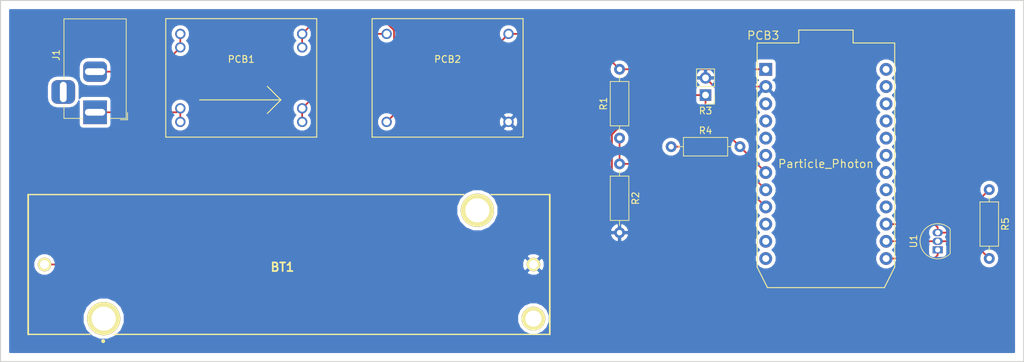
<source format=kicad_pcb>
(kicad_pcb (version 20171130) (host pcbnew 5.0.0+dfsg1-2)

  (general
    (thickness 1.6)
    (drawings 4)
    (tracks 48)
    (zones 0)
    (modules 11)
    (nets 29)
  )

  (page A4)
  (layers
    (0 F.Cu signal)
    (31 B.Cu signal)
    (32 B.Adhes user)
    (33 F.Adhes user)
    (34 B.Paste user)
    (35 F.Paste user)
    (36 B.SilkS user)
    (37 F.SilkS user)
    (38 B.Mask user)
    (39 F.Mask user)
    (40 Dwgs.User user)
    (41 Cmts.User user)
    (42 Eco1.User user)
    (43 Eco2.User user)
    (44 Edge.Cuts user)
    (45 Margin user)
    (46 B.CrtYd user)
    (47 F.CrtYd user)
    (48 B.Fab user)
    (49 F.Fab user)
  )

  (setup
    (last_trace_width 0.25)
    (trace_clearance 0.2)
    (zone_clearance 0.508)
    (zone_45_only no)
    (trace_min 0.2)
    (segment_width 0.2)
    (edge_width 0.15)
    (via_size 0.8)
    (via_drill 0.4)
    (via_min_size 0.4)
    (via_min_drill 0.3)
    (uvia_size 0.3)
    (uvia_drill 0.1)
    (uvias_allowed no)
    (uvia_min_size 0.2)
    (uvia_min_drill 0.1)
    (pcb_text_width 0.3)
    (pcb_text_size 1.5 1.5)
    (mod_edge_width 0.15)
    (mod_text_size 1 1)
    (mod_text_width 0.15)
    (pad_size 1.524 1.524)
    (pad_drill 0.762)
    (pad_to_mask_clearance 0.2)
    (aux_axis_origin 0 0)
    (visible_elements FFFFFF7F)
    (pcbplotparams
      (layerselection 0x010fc_ffffffff)
      (usegerberextensions false)
      (usegerberattributes false)
      (usegerberadvancedattributes false)
      (creategerberjobfile false)
      (excludeedgelayer true)
      (linewidth 0.100000)
      (plotframeref false)
      (viasonmask false)
      (mode 1)
      (useauxorigin false)
      (hpglpennumber 1)
      (hpglpenspeed 20)
      (hpglpendiameter 15.000000)
      (psnegative false)
      (psa4output false)
      (plotreference true)
      (plotvalue true)
      (plotinvisibletext false)
      (padsonsilk false)
      (subtractmaskfromsilk false)
      (outputformat 1)
      (mirror false)
      (drillshape 1)
      (scaleselection 1)
      (outputdirectory ""))
  )

  (net 0 "")
  (net 1 GND)
  (net 2 +5V)
  (net 3 "Net-(J1-Pad1)")
  (net 4 "Net-(J1-Pad2)")
  (net 5 "Net-(PCB1-Pad3)")
  (net 6 "Net-(PCB1-Pad4)")
  (net 7 "Net-(PCB3-Pad3)")
  (net 8 "Net-(PCB3-Pad4)")
  (net 9 "Net-(PCB3-Pad5)")
  (net 10 "Net-(PCB3-Pad6)")
  (net 11 "Net-(PCB3-Pad7)")
  (net 12 "Net-(PCB3-Pad8)")
  (net 13 "Net-(PCB3-Pad9)")
  (net 14 "Net-(PCB3-Pad10)")
  (net 15 "Net-(PCB3-Pad11)")
  (net 16 "Net-(PCB3-Pad12)")
  (net 17 "Net-(PCB3-Pad24)")
  (net 18 "Net-(PCB3-Pad23)")
  (net 19 "Net-(PCB3-Pad22)")
  (net 20 "Net-(PCB3-Pad21)")
  (net 21 "Net-(PCB3-Pad20)")
  (net 22 "Net-(PCB3-Pad19)")
  (net 23 "Net-(PCB3-Pad18)")
  (net 24 "Net-(PCB3-Pad17)")
  (net 25 "Net-(PCB3-Pad16)")
  (net 26 "Net-(PCB3-Pad15)")
  (net 27 "Net-(PCB3-Pad14)")
  (net 28 "Net-(PCB3-Pad13)")

  (net_class Default "This is the default net class."
    (clearance 0.2)
    (trace_width 0.25)
    (via_dia 0.8)
    (via_drill 0.4)
    (uvia_dia 0.3)
    (uvia_drill 0.1)
    (add_net +5V)
    (add_net GND)
    (add_net "Net-(J1-Pad1)")
    (add_net "Net-(J1-Pad2)")
    (add_net "Net-(PCB1-Pad3)")
    (add_net "Net-(PCB1-Pad4)")
    (add_net "Net-(PCB3-Pad10)")
    (add_net "Net-(PCB3-Pad11)")
    (add_net "Net-(PCB3-Pad12)")
    (add_net "Net-(PCB3-Pad13)")
    (add_net "Net-(PCB3-Pad14)")
    (add_net "Net-(PCB3-Pad15)")
    (add_net "Net-(PCB3-Pad16)")
    (add_net "Net-(PCB3-Pad17)")
    (add_net "Net-(PCB3-Pad18)")
    (add_net "Net-(PCB3-Pad19)")
    (add_net "Net-(PCB3-Pad20)")
    (add_net "Net-(PCB3-Pad21)")
    (add_net "Net-(PCB3-Pad22)")
    (add_net "Net-(PCB3-Pad23)")
    (add_net "Net-(PCB3-Pad24)")
    (add_net "Net-(PCB3-Pad3)")
    (add_net "Net-(PCB3-Pad4)")
    (add_net "Net-(PCB3-Pad5)")
    (add_net "Net-(PCB3-Pad6)")
    (add_net "Net-(PCB3-Pad7)")
    (add_net "Net-(PCB3-Pad8)")
    (add_net "Net-(PCB3-Pad9)")
  )

  (module IPRO_smart_pot:1043_battery_holder (layer F.Cu) (tedit 5C730663) (tstamp 5C816617)
    (at 49.53 107.95)
    (descr 1043)
    (tags "Undefined or Miscellaneous")
    (path /5C70CB48)
    (fp_text reference BT1 (at 26.40125 -7.6046) (layer F.SilkS)
      (effects (font (size 1.27 1.27) (thickness 0.254)))
    )
    (fp_text value Battery_Cell (at 26.40125 -7.6046) (layer F.SilkS) hide
      (effects (font (size 1.27 1.27) (thickness 0.254)))
    )
    (fp_line (start -11.155 -18.325) (end 65.895 -18.325) (layer Dwgs.User) (width 0.2))
    (fp_line (start 65.895 -18.325) (end 65.895 2.325) (layer Dwgs.User) (width 0.2))
    (fp_line (start 65.895 2.325) (end -11.155 2.325) (layer Dwgs.User) (width 0.2))
    (fp_line (start -11.155 2.325) (end -11.155 -18.325) (layer Dwgs.User) (width 0.2))
    (fp_line (start -11.155 -18.325) (end -11.155 2.325) (layer F.SilkS) (width 0.254))
    (fp_line (start 65.895 2.325) (end 65.895 -18.325) (layer F.SilkS) (width 0.254))
    (fp_line (start 65.895 2.325) (end 1.549 2.325) (layer F.SilkS) (width 0.2))
    (fp_line (start -11.155 -18.325) (end 53.191 -18.325) (layer F.SilkS) (width 0.2))
    (fp_line (start -11.155 2.325) (end -2.009 2.325) (layer F.SilkS) (width 0.2))
    (fp_line (start 65.895 -18.325) (end 57.209 -18.325) (layer F.SilkS) (width 0.2))
    (fp_circle (center -0.076 3.325) (end -0.24 3.325) (layer F.SilkS) (width 0.254))
    (pad "" thru_hole circle (at 0 0 90) (size 4.9 4.9) (drill 3.55) (layers *.Cu *.Mask F.SilkS))
    (pad "" thru_hole circle (at 63.48 0 90) (size 3.5 3.5) (drill 2.39) (layers *.Cu *.Mask F.SilkS))
    (pad 2 thru_hole circle (at 63.48 -8 90) (size 2 2) (drill 1.32) (layers *.Cu *.Mask F.SilkS)
      (net 1 GND))
    (pad "" thru_hole circle (at 55.2 -16 90) (size 4.9 4.9) (drill 3.55) (layers *.Cu *.Mask F.SilkS))
    (pad 1 thru_hole circle (at -8.74 -8 90) (size 2 2) (drill 1.32) (layers *.Cu *.Mask F.SilkS)
      (net 2 +5V))
  )

  (module Connector_BarrelJack:BarrelJack_Horizontal (layer F.Cu) (tedit 5A1DBF6A) (tstamp 5C81663A)
    (at 48.26 77.47 270)
    (descr "DC Barrel Jack")
    (tags "Power Jack")
    (path /5C709522)
    (fp_text reference J1 (at -8.45 5.75 270) (layer F.SilkS)
      (effects (font (size 1 1) (thickness 0.15)))
    )
    (fp_text value Barrel_Jack_MountingPin (at -6.2 -5.5 270) (layer F.Fab)
      (effects (font (size 1 1) (thickness 0.15)))
    )
    (fp_text user %R (at -3 -2.95 270) (layer F.Fab)
      (effects (font (size 1 1) (thickness 0.15)))
    )
    (fp_line (start -0.003213 -4.505425) (end 0.8 -3.75) (layer F.Fab) (width 0.1))
    (fp_line (start 1.1 -3.75) (end 1.1 -4.8) (layer F.SilkS) (width 0.12))
    (fp_line (start 0.05 -4.8) (end 1.1 -4.8) (layer F.SilkS) (width 0.12))
    (fp_line (start 1 -4.5) (end 1 -4.75) (layer F.CrtYd) (width 0.05))
    (fp_line (start 1 -4.75) (end -14 -4.75) (layer F.CrtYd) (width 0.05))
    (fp_line (start 1 -4.5) (end 1 -2) (layer F.CrtYd) (width 0.05))
    (fp_line (start 1 -2) (end 2 -2) (layer F.CrtYd) (width 0.05))
    (fp_line (start 2 -2) (end 2 2) (layer F.CrtYd) (width 0.05))
    (fp_line (start 2 2) (end 1 2) (layer F.CrtYd) (width 0.05))
    (fp_line (start 1 2) (end 1 4.75) (layer F.CrtYd) (width 0.05))
    (fp_line (start 1 4.75) (end -1 4.75) (layer F.CrtYd) (width 0.05))
    (fp_line (start -1 4.75) (end -1 6.75) (layer F.CrtYd) (width 0.05))
    (fp_line (start -1 6.75) (end -5 6.75) (layer F.CrtYd) (width 0.05))
    (fp_line (start -5 6.75) (end -5 4.75) (layer F.CrtYd) (width 0.05))
    (fp_line (start -5 4.75) (end -14 4.75) (layer F.CrtYd) (width 0.05))
    (fp_line (start -14 4.75) (end -14 -4.75) (layer F.CrtYd) (width 0.05))
    (fp_line (start -5 4.6) (end -13.8 4.6) (layer F.SilkS) (width 0.12))
    (fp_line (start -13.8 4.6) (end -13.8 -4.6) (layer F.SilkS) (width 0.12))
    (fp_line (start 0.9 1.9) (end 0.9 4.6) (layer F.SilkS) (width 0.12))
    (fp_line (start 0.9 4.6) (end -1 4.6) (layer F.SilkS) (width 0.12))
    (fp_line (start -13.8 -4.6) (end 0.9 -4.6) (layer F.SilkS) (width 0.12))
    (fp_line (start 0.9 -4.6) (end 0.9 -2) (layer F.SilkS) (width 0.12))
    (fp_line (start -10.2 -4.5) (end -10.2 4.5) (layer F.Fab) (width 0.1))
    (fp_line (start -13.7 -4.5) (end -13.7 4.5) (layer F.Fab) (width 0.1))
    (fp_line (start -13.7 4.5) (end 0.8 4.5) (layer F.Fab) (width 0.1))
    (fp_line (start 0.8 4.5) (end 0.8 -3.75) (layer F.Fab) (width 0.1))
    (fp_line (start 0 -4.5) (end -13.7 -4.5) (layer F.Fab) (width 0.1))
    (pad 1 thru_hole rect (at 0 0 270) (size 3.5 3.5) (drill oval 1 3) (layers *.Cu *.Mask)
      (net 3 "Net-(J1-Pad1)"))
    (pad 2 thru_hole roundrect (at -6 0 270) (size 3 3.5) (drill oval 1 3) (layers *.Cu *.Mask) (roundrect_rratio 0.25)
      (net 4 "Net-(J1-Pad2)"))
    (pad 3 thru_hole roundrect (at -3 4.7 270) (size 3.5 3.5) (drill oval 3 1) (layers *.Cu *.Mask) (roundrect_rratio 0.25))
    (model ${KISYS3DMOD}/Connector_BarrelJack.3dshapes/BarrelJack_Horizontal.wrl
      (at (xyz 0 0 0))
      (scale (xyz 1 1 1))
      (rotate (xyz 0 0 0))
    )
  )

  (module IPRO_smart_pot:MP1484EN_board (layer F.Cu) (tedit 5C70B7CB) (tstamp 5C81664D)
    (at 69.85 72.39)
    (path /5C70BA86)
    (fp_text reference PCB1 (at 0 -2.75) (layer F.SilkS)
      (effects (font (size 1 1) (thickness 0.15)))
    )
    (fp_text value MP1484EN_board (at 0 -0.5) (layer F.Fab)
      (effects (font (size 1 1) (thickness 0.15)))
    )
    (fp_line (start -11.15 -8.75) (end 11.15 -8.75) (layer F.SilkS) (width 0.15))
    (fp_line (start 11.15 -8.75) (end 11.15 8.75) (layer F.SilkS) (width 0.15))
    (fp_line (start 11.15 8.75) (end -11.15 8.75) (layer F.SilkS) (width 0.15))
    (fp_line (start -11.15 8.75) (end -11.15 -8.75) (layer F.SilkS) (width 0.15))
    (fp_line (start -6.15 3.25) (end 5.85 3.25) (layer F.SilkS) (width 0.15))
    (fp_line (start 5.85 3.25) (end 3.85 5.25) (layer F.SilkS) (width 0.15))
    (fp_line (start 5.85 3.25) (end 3.85 1.25) (layer F.SilkS) (width 0.15))
    (pad 1 thru_hole circle (at -9 -4.5) (size 1.524 1.524) (drill 1.016) (layers *.Cu *.Mask)
      (net 4 "Net-(J1-Pad2)"))
    (pad 3 thru_hole circle (at 9 4.5) (size 1.524 1.524) (drill 1.016) (layers *.Cu *.Mask)
      (net 5 "Net-(PCB1-Pad3)"))
    (pad 3 thru_hole circle (at 9 6.5) (size 1.524 1.524) (drill 1.016) (layers *.Cu *.Mask)
      (net 5 "Net-(PCB1-Pad3)"))
    (pad 4 thru_hole circle (at 9 -4.5) (size 1.524 1.524) (drill 1.016) (layers *.Cu *.Mask)
      (net 6 "Net-(PCB1-Pad4)"))
    (pad 4 thru_hole circle (at 9 -6.5) (size 1.524 1.524) (drill 1.016) (layers *.Cu *.Mask)
      (net 6 "Net-(PCB1-Pad4)"))
    (pad 2 thru_hole circle (at -9 6.5) (size 1.524 1.524) (drill 1.016) (layers *.Cu *.Mask)
      (net 3 "Net-(J1-Pad1)"))
    (pad 2 thru_hole circle (at -9 4.5) (size 1.524 1.524) (drill 1.016) (layers *.Cu *.Mask)
      (net 3 "Net-(J1-Pad1)"))
    (pad 1 thru_hole circle (at -9 -6.5) (size 1.524 1.524) (drill 1.016) (layers *.Cu *.Mask)
      (net 4 "Net-(J1-Pad2)"))
  )

  (module IPRO_smart_pot:TP4056_board (layer F.Cu) (tedit 5C70BE06) (tstamp 5C816659)
    (at 100.33 72.39)
    (path /5C70BFAD)
    (fp_text reference PCB2 (at 0 -2.75) (layer F.SilkS)
      (effects (font (size 1 1) (thickness 0.15)))
    )
    (fp_text value TP4056_board (at 0 -0.5) (layer F.Fab)
      (effects (font (size 1 1) (thickness 0.15)))
    )
    (fp_line (start -11.15 -8.75) (end 11.15 -8.75) (layer F.SilkS) (width 0.15))
    (fp_line (start 11.15 -8.75) (end 11.15 8.75) (layer F.SilkS) (width 0.15))
    (fp_line (start 11.15 8.75) (end -11.15 8.75) (layer F.SilkS) (width 0.15))
    (fp_line (start -11.15 8.75) (end -11.15 -8.75) (layer F.SilkS) (width 0.15))
    (pad 3 thru_hole circle (at 9 6.5) (size 1.524 1.524) (drill 1.016) (layers *.Cu *.Mask)
      (net 1 GND))
    (pad 4 thru_hole circle (at 9 -6.5) (size 1.524 1.524) (drill 1.016) (layers *.Cu *.Mask)
      (net 2 +5V))
    (pad 2 thru_hole circle (at -9 6.5) (size 1.524 1.524) (drill 1.016) (layers *.Cu *.Mask)
      (net 6 "Net-(PCB1-Pad4)"))
    (pad 1 thru_hole circle (at -9 -6.5) (size 1.524 1.524) (drill 1.016) (layers *.Cu *.Mask)
      (net 5 "Net-(PCB1-Pad3)"))
  )

  (module IPRO_smart_pot:photon_tht (layer F.Cu) (tedit 592757CD) (tstamp 5C81668A)
    (at 156.21 85.09)
    (path /5C70C883)
    (fp_text reference PCB3 (at -9.25746 -18.95874) (layer F.SilkS)
      (effects (font (size 1.2 1.2) (thickness 0.15)))
    )
    (fp_text value Particle_Photon (at 0.00254 0) (layer F.SilkS)
      (effects (font (size 1.2 1.2) (thickness 0.15)))
    )
    (fp_text user "no pwr/gnd planes" (at -0.07366 19.91106) (layer F.Fab)
      (effects (font (size 1 1) (thickness 0.15)))
    )
    (fp_text user "route no signals" (at -0.05588 16.43126) (layer F.Fab)
      (effects (font (size 1 1) (thickness 0.15)))
    )
    (fp_text user "Antenna area" (at -0.05588 13.132816) (layer F.Fab)
      (effects (font (size 1 1) (thickness 0.15)))
    )
    (fp_line (start 7.62254 22.617176) (end 7.62254 10.28172) (layer B.CrtYd) (width 0.15))
    (fp_line (start 7.62254 10.28172) (end -7.61746 10.28172) (layer B.CrtYd) (width 0.15))
    (fp_line (start 7.62254 22.617176) (end -7.61746 22.617176) (layer B.CrtYd) (width 0.15))
    (fp_line (start -7.61746 22.617176) (end -7.61746 10.28172) (layer B.CrtYd) (width 0.15))
    (fp_line (start 10.16254 15.25172) (end 8.63854 18.28172) (layer F.SilkS) (width 0.15))
    (fp_line (start -10.15746 15.25172) (end -8.63346 18.28172) (layer F.SilkS) (width 0.15))
    (fp_line (start -8.63346 18.28172) (end 8.63854 18.28172) (layer F.SilkS) (width 0.15))
    (fp_line (start 10.16254 -17.85874) (end 10.16254 15.25172) (layer F.SilkS) (width 0.15))
    (fp_line (start -10.15746 -17.85828) (end -10.15746 15.25172) (layer F.SilkS) (width 0.15))
    (fp_line (start 4.01574 -17.85874) (end 10.16254 -17.85874) (layer F.SilkS) (width 0.15))
    (fp_line (start -4.01066 -17.85828) (end -10.15746 -17.85828) (layer F.SilkS) (width 0.15))
    (fp_line (start -4.01066 -19.76374) (end -4.01066 -17.85874) (layer F.SilkS) (width 0.15))
    (fp_line (start 4.01574 -19.76374) (end 4.01574 -17.85874) (layer F.SilkS) (width 0.15))
    (fp_line (start -4.01066 -19.76374) (end 4.01574 -19.76374) (layer F.SilkS) (width 0.15))
    (fp_line (start 7.62254 10.28172) (end -7.61746 10.28172) (layer F.CrtYd) (width 0.15))
    (fp_line (start 7.62254 22.617176) (end 7.62254 10.28172) (layer F.CrtYd) (width 0.15))
    (fp_line (start -7.61746 22.617176) (end -7.61746 10.28172) (layer F.CrtYd) (width 0.15))
    (fp_line (start 7.62254 22.617176) (end -7.61746 22.617176) (layer F.CrtYd) (width 0.15))
    (pad 1 thru_hole rect (at -8.88746 -13.95828) (size 1.9 1.9) (drill 1.02) (layers *.Cu *.Mask)
      (net 2 +5V))
    (pad 2 thru_hole circle (at -8.88746 -11.41828) (size 1.9 1.9) (drill 1.02) (layers *.Cu *.Mask)
      (net 1 GND))
    (pad 3 thru_hole circle (at -8.88746 -8.87828) (size 1.9 1.9) (drill 1.02) (layers *.Cu *.Mask)
      (net 7 "Net-(PCB3-Pad3)"))
    (pad 4 thru_hole circle (at -8.88746 -6.33828) (size 1.9 1.9) (drill 1.02) (layers *.Cu *.Mask)
      (net 8 "Net-(PCB3-Pad4)"))
    (pad 5 thru_hole circle (at -8.88746 -3.79828) (size 1.9 1.9) (drill 1.02) (layers *.Cu *.Mask)
      (net 9 "Net-(PCB3-Pad5)"))
    (pad 6 thru_hole circle (at -8.88746 -1.25828) (size 1.9 1.9) (drill 1.02) (layers *.Cu *.Mask)
      (net 10 "Net-(PCB3-Pad6)"))
    (pad 7 thru_hole circle (at -8.88746 1.28172) (size 1.9 1.9) (drill 1.02) (layers *.Cu *.Mask)
      (net 11 "Net-(PCB3-Pad7)"))
    (pad 8 thru_hole circle (at -8.88746 3.82172) (size 1.9 1.9) (drill 1.02) (layers *.Cu *.Mask)
      (net 12 "Net-(PCB3-Pad8)"))
    (pad 9 thru_hole circle (at -8.88746 6.36172) (size 1.9 1.9) (drill 1.02) (layers *.Cu *.Mask)
      (net 13 "Net-(PCB3-Pad9)"))
    (pad 10 thru_hole circle (at -8.88746 8.90172) (size 1.9 1.9) (drill 1.02) (layers *.Cu *.Mask)
      (net 14 "Net-(PCB3-Pad10)"))
    (pad 11 thru_hole circle (at -8.88746 11.44172) (size 1.9 1.9) (drill 1.02) (layers *.Cu *.Mask)
      (net 15 "Net-(PCB3-Pad11)"))
    (pad 12 thru_hole circle (at -8.88746 13.98172) (size 1.9 1.9) (drill 1.02) (layers *.Cu *.Mask)
      (net 16 "Net-(PCB3-Pad12)"))
    (pad 24 thru_hole circle (at 8.89254 -13.95828) (size 1.9 1.9) (drill 1.02) (layers *.Cu *.Mask)
      (net 17 "Net-(PCB3-Pad24)"))
    (pad 23 thru_hole circle (at 8.89254 -11.41828) (size 1.9 1.9) (drill 1.02) (layers *.Cu *.Mask)
      (net 18 "Net-(PCB3-Pad23)"))
    (pad 22 thru_hole circle (at 8.89254 -8.87828) (size 1.9 1.9) (drill 1.02) (layers *.Cu *.Mask)
      (net 19 "Net-(PCB3-Pad22)"))
    (pad 21 thru_hole circle (at 8.89254 -6.33828) (size 1.9 1.9) (drill 1.02) (layers *.Cu *.Mask)
      (net 20 "Net-(PCB3-Pad21)"))
    (pad 20 thru_hole circle (at 8.89254 -3.79828) (size 1.9 1.9) (drill 1.02) (layers *.Cu *.Mask)
      (net 21 "Net-(PCB3-Pad20)"))
    (pad 19 thru_hole circle (at 8.89254 -1.25828) (size 1.9 1.9) (drill 1.02) (layers *.Cu *.Mask)
      (net 22 "Net-(PCB3-Pad19)"))
    (pad 18 thru_hole circle (at 8.89254 1.28172) (size 1.9 1.9) (drill 1.02) (layers *.Cu *.Mask)
      (net 23 "Net-(PCB3-Pad18)"))
    (pad 17 thru_hole circle (at 8.89254 3.82172) (size 1.9 1.9) (drill 1.02) (layers *.Cu *.Mask)
      (net 24 "Net-(PCB3-Pad17)"))
    (pad 16 thru_hole circle (at 8.89254 6.36172) (size 1.9 1.9) (drill 1.02) (layers *.Cu *.Mask)
      (net 25 "Net-(PCB3-Pad16)"))
    (pad 15 thru_hole circle (at 8.89254 8.90172) (size 1.9 1.9) (drill 1.02) (layers *.Cu *.Mask)
      (net 26 "Net-(PCB3-Pad15)"))
    (pad 14 thru_hole circle (at 8.89254 11.44172) (size 1.9 1.9) (drill 1.02) (layers *.Cu *.Mask)
      (net 27 "Net-(PCB3-Pad14)"))
    (pad 13 thru_hole circle (at 8.89254 13.98172) (size 1.9 1.9) (drill 1.02) (layers *.Cu *.Mask)
      (net 28 "Net-(PCB3-Pad13)"))
  )

  (module Resistor_THT:R_Axial_DIN0207_L6.3mm_D2.5mm_P10.16mm_Horizontal (layer F.Cu) (tedit 5AE5139B) (tstamp 5C817003)
    (at 125.73 81.28 90)
    (descr "Resistor, Axial_DIN0207 series, Axial, Horizontal, pin pitch=10.16mm, 0.25W = 1/4W, length*diameter=6.3*2.5mm^2, http://cdn-reichelt.de/documents/datenblatt/B400/1_4W%23YAG.pdf")
    (tags "Resistor Axial_DIN0207 series Axial Horizontal pin pitch 10.16mm 0.25W = 1/4W length 6.3mm diameter 2.5mm")
    (path /5C7317EB)
    (fp_text reference R1 (at 5.08 -2.37 90) (layer F.SilkS)
      (effects (font (size 1 1) (thickness 0.15)))
    )
    (fp_text value 100K (at 5.08 2.37 90) (layer F.Fab)
      (effects (font (size 1 1) (thickness 0.15)))
    )
    (fp_text user %R (at 5.08 0 90) (layer F.Fab)
      (effects (font (size 1 1) (thickness 0.15)))
    )
    (fp_line (start 11.21 -1.5) (end -1.05 -1.5) (layer F.CrtYd) (width 0.05))
    (fp_line (start 11.21 1.5) (end 11.21 -1.5) (layer F.CrtYd) (width 0.05))
    (fp_line (start -1.05 1.5) (end 11.21 1.5) (layer F.CrtYd) (width 0.05))
    (fp_line (start -1.05 -1.5) (end -1.05 1.5) (layer F.CrtYd) (width 0.05))
    (fp_line (start 9.12 0) (end 8.35 0) (layer F.SilkS) (width 0.12))
    (fp_line (start 1.04 0) (end 1.81 0) (layer F.SilkS) (width 0.12))
    (fp_line (start 8.35 -1.37) (end 1.81 -1.37) (layer F.SilkS) (width 0.12))
    (fp_line (start 8.35 1.37) (end 8.35 -1.37) (layer F.SilkS) (width 0.12))
    (fp_line (start 1.81 1.37) (end 8.35 1.37) (layer F.SilkS) (width 0.12))
    (fp_line (start 1.81 -1.37) (end 1.81 1.37) (layer F.SilkS) (width 0.12))
    (fp_line (start 10.16 0) (end 8.23 0) (layer F.Fab) (width 0.1))
    (fp_line (start 0 0) (end 1.93 0) (layer F.Fab) (width 0.1))
    (fp_line (start 8.23 -1.25) (end 1.93 -1.25) (layer F.Fab) (width 0.1))
    (fp_line (start 8.23 1.25) (end 8.23 -1.25) (layer F.Fab) (width 0.1))
    (fp_line (start 1.93 1.25) (end 8.23 1.25) (layer F.Fab) (width 0.1))
    (fp_line (start 1.93 -1.25) (end 1.93 1.25) (layer F.Fab) (width 0.1))
    (pad 2 thru_hole oval (at 10.16 0 90) (size 1.6 1.6) (drill 0.8) (layers *.Cu *.Mask)
      (net 2 +5V))
    (pad 1 thru_hole circle (at 0 0 90) (size 1.6 1.6) (drill 0.8) (layers *.Cu *.Mask)
      (net 13 "Net-(PCB3-Pad9)"))
    (model ${KISYS3DMOD}/Resistor_THT.3dshapes/R_Axial_DIN0207_L6.3mm_D2.5mm_P10.16mm_Horizontal.wrl
      (at (xyz 0 0 0))
      (scale (xyz 1 1 1))
      (rotate (xyz 0 0 0))
    )
  )

  (module Resistor_THT:R_Axial_DIN0207_L6.3mm_D2.5mm_P10.16mm_Horizontal (layer F.Cu) (tedit 5AE5139B) (tstamp 5C8174DB)
    (at 125.73 85.09 270)
    (descr "Resistor, Axial_DIN0207 series, Axial, Horizontal, pin pitch=10.16mm, 0.25W = 1/4W, length*diameter=6.3*2.5mm^2, http://cdn-reichelt.de/documents/datenblatt/B400/1_4W%23YAG.pdf")
    (tags "Resistor Axial_DIN0207 series Axial Horizontal pin pitch 10.16mm 0.25W = 1/4W length 6.3mm diameter 2.5mm")
    (path /5C7318BB)
    (fp_text reference R2 (at 5.08 -2.37 270) (layer F.SilkS)
      (effects (font (size 1 1) (thickness 0.15)))
    )
    (fp_text value 100K (at 5.08 2.37 270) (layer F.Fab)
      (effects (font (size 1 1) (thickness 0.15)))
    )
    (fp_text user %R (at 5.08 0 270) (layer F.Fab)
      (effects (font (size 1 1) (thickness 0.15)))
    )
    (fp_line (start 11.21 -1.5) (end -1.05 -1.5) (layer F.CrtYd) (width 0.05))
    (fp_line (start 11.21 1.5) (end 11.21 -1.5) (layer F.CrtYd) (width 0.05))
    (fp_line (start -1.05 1.5) (end 11.21 1.5) (layer F.CrtYd) (width 0.05))
    (fp_line (start -1.05 -1.5) (end -1.05 1.5) (layer F.CrtYd) (width 0.05))
    (fp_line (start 9.12 0) (end 8.35 0) (layer F.SilkS) (width 0.12))
    (fp_line (start 1.04 0) (end 1.81 0) (layer F.SilkS) (width 0.12))
    (fp_line (start 8.35 -1.37) (end 1.81 -1.37) (layer F.SilkS) (width 0.12))
    (fp_line (start 8.35 1.37) (end 8.35 -1.37) (layer F.SilkS) (width 0.12))
    (fp_line (start 1.81 1.37) (end 8.35 1.37) (layer F.SilkS) (width 0.12))
    (fp_line (start 1.81 -1.37) (end 1.81 1.37) (layer F.SilkS) (width 0.12))
    (fp_line (start 10.16 0) (end 8.23 0) (layer F.Fab) (width 0.1))
    (fp_line (start 0 0) (end 1.93 0) (layer F.Fab) (width 0.1))
    (fp_line (start 8.23 -1.25) (end 1.93 -1.25) (layer F.Fab) (width 0.1))
    (fp_line (start 8.23 1.25) (end 8.23 -1.25) (layer F.Fab) (width 0.1))
    (fp_line (start 1.93 1.25) (end 8.23 1.25) (layer F.Fab) (width 0.1))
    (fp_line (start 1.93 -1.25) (end 1.93 1.25) (layer F.Fab) (width 0.1))
    (pad 2 thru_hole oval (at 10.16 0 270) (size 1.6 1.6) (drill 0.8) (layers *.Cu *.Mask)
      (net 1 GND))
    (pad 1 thru_hole circle (at 0 0 270) (size 1.6 1.6) (drill 0.8) (layers *.Cu *.Mask)
      (net 13 "Net-(PCB3-Pad9)"))
    (model ${KISYS3DMOD}/Resistor_THT.3dshapes/R_Axial_DIN0207_L6.3mm_D2.5mm_P10.16mm_Horizontal.wrl
      (at (xyz 0 0 0))
      (scale (xyz 1 1 1))
      (rotate (xyz 0 0 0))
    )
  )

  (module Connector_PinHeader_2.54mm:PinHeader_1x02_P2.54mm_Vertical (layer F.Cu) (tedit 59FED5CC) (tstamp 5C817988)
    (at 138.43 74.93 180)
    (descr "Through hole straight pin header, 1x02, 2.54mm pitch, single row")
    (tags "Through hole pin header THT 1x02 2.54mm single row")
    (path /5C73081B)
    (fp_text reference R3 (at 0 -2.33 180) (layer F.SilkS)
      (effects (font (size 1 1) (thickness 0.15)))
    )
    (fp_text value 1M (at 0 4.87 180) (layer F.Fab)
      (effects (font (size 1 1) (thickness 0.15)))
    )
    (fp_line (start -0.635 -1.27) (end 1.27 -1.27) (layer F.Fab) (width 0.1))
    (fp_line (start 1.27 -1.27) (end 1.27 3.81) (layer F.Fab) (width 0.1))
    (fp_line (start 1.27 3.81) (end -1.27 3.81) (layer F.Fab) (width 0.1))
    (fp_line (start -1.27 3.81) (end -1.27 -0.635) (layer F.Fab) (width 0.1))
    (fp_line (start -1.27 -0.635) (end -0.635 -1.27) (layer F.Fab) (width 0.1))
    (fp_line (start -1.33 3.87) (end 1.33 3.87) (layer F.SilkS) (width 0.12))
    (fp_line (start -1.33 1.27) (end -1.33 3.87) (layer F.SilkS) (width 0.12))
    (fp_line (start 1.33 1.27) (end 1.33 3.87) (layer F.SilkS) (width 0.12))
    (fp_line (start -1.33 1.27) (end 1.33 1.27) (layer F.SilkS) (width 0.12))
    (fp_line (start -1.33 0) (end -1.33 -1.33) (layer F.SilkS) (width 0.12))
    (fp_line (start -1.33 -1.33) (end 0 -1.33) (layer F.SilkS) (width 0.12))
    (fp_line (start -1.8 -1.8) (end -1.8 4.35) (layer F.CrtYd) (width 0.05))
    (fp_line (start -1.8 4.35) (end 1.8 4.35) (layer F.CrtYd) (width 0.05))
    (fp_line (start 1.8 4.35) (end 1.8 -1.8) (layer F.CrtYd) (width 0.05))
    (fp_line (start 1.8 -1.8) (end -1.8 -1.8) (layer F.CrtYd) (width 0.05))
    (fp_text user %R (at 0 1.27 270) (layer F.Fab)
      (effects (font (size 1 1) (thickness 0.15)))
    )
    (pad 1 thru_hole rect (at 0 0 180) (size 1.7 1.7) (drill 1) (layers *.Cu *.Mask)
      (net 11 "Net-(PCB3-Pad7)"))
    (pad 2 thru_hole oval (at 0 2.54 180) (size 1.7 1.7) (drill 1) (layers *.Cu *.Mask)
      (net 1 GND))
    (model ${KISYS3DMOD}/Connector_PinHeader_2.54mm.3dshapes/PinHeader_1x02_P2.54mm_Vertical.wrl
      (at (xyz 0 0 0))
      (scale (xyz 1 1 1))
      (rotate (xyz 0 0 0))
    )
  )

  (module Resistor_THT:R_Axial_DIN0207_L6.3mm_D2.5mm_P10.16mm_Horizontal (layer F.Cu) (tedit 5AE5139B) (tstamp 5C81709E)
    (at 133.35 82.55)
    (descr "Resistor, Axial_DIN0207 series, Axial, Horizontal, pin pitch=10.16mm, 0.25W = 1/4W, length*diameter=6.3*2.5mm^2, http://cdn-reichelt.de/documents/datenblatt/B400/1_4W%23YAG.pdf")
    (tags "Resistor Axial_DIN0207 series Axial Horizontal pin pitch 10.16mm 0.25W = 1/4W length 6.3mm diameter 2.5mm")
    (path /5C731060)
    (fp_text reference R4 (at 5.08 -2.37) (layer F.SilkS)
      (effects (font (size 1 1) (thickness 0.15)))
    )
    (fp_text value 10K (at 5.08 2.37) (layer F.Fab)
      (effects (font (size 1 1) (thickness 0.15)))
    )
    (fp_text user %R (at 5.08 0) (layer F.Fab)
      (effects (font (size 1 1) (thickness 0.15)))
    )
    (fp_line (start 11.21 -1.5) (end -1.05 -1.5) (layer F.CrtYd) (width 0.05))
    (fp_line (start 11.21 1.5) (end 11.21 -1.5) (layer F.CrtYd) (width 0.05))
    (fp_line (start -1.05 1.5) (end 11.21 1.5) (layer F.CrtYd) (width 0.05))
    (fp_line (start -1.05 -1.5) (end -1.05 1.5) (layer F.CrtYd) (width 0.05))
    (fp_line (start 9.12 0) (end 8.35 0) (layer F.SilkS) (width 0.12))
    (fp_line (start 1.04 0) (end 1.81 0) (layer F.SilkS) (width 0.12))
    (fp_line (start 8.35 -1.37) (end 1.81 -1.37) (layer F.SilkS) (width 0.12))
    (fp_line (start 8.35 1.37) (end 8.35 -1.37) (layer F.SilkS) (width 0.12))
    (fp_line (start 1.81 1.37) (end 8.35 1.37) (layer F.SilkS) (width 0.12))
    (fp_line (start 1.81 -1.37) (end 1.81 1.37) (layer F.SilkS) (width 0.12))
    (fp_line (start 10.16 0) (end 8.23 0) (layer F.Fab) (width 0.1))
    (fp_line (start 0 0) (end 1.93 0) (layer F.Fab) (width 0.1))
    (fp_line (start 8.23 -1.25) (end 1.93 -1.25) (layer F.Fab) (width 0.1))
    (fp_line (start 8.23 1.25) (end 8.23 -1.25) (layer F.Fab) (width 0.1))
    (fp_line (start 1.93 1.25) (end 8.23 1.25) (layer F.Fab) (width 0.1))
    (fp_line (start 1.93 -1.25) (end 1.93 1.25) (layer F.Fab) (width 0.1))
    (pad 2 thru_hole oval (at 10.16 0) (size 1.6 1.6) (drill 0.8) (layers *.Cu *.Mask)
      (net 11 "Net-(PCB3-Pad7)"))
    (pad 1 thru_hole circle (at 0 0) (size 1.6 1.6) (drill 0.8) (layers *.Cu *.Mask)
      (net 12 "Net-(PCB3-Pad8)"))
    (model ${KISYS3DMOD}/Resistor_THT.3dshapes/R_Axial_DIN0207_L6.3mm_D2.5mm_P10.16mm_Horizontal.wrl
      (at (xyz 0 0 0))
      (scale (xyz 1 1 1))
      (rotate (xyz 0 0 0))
    )
  )

  (module Resistor_THT:R_Axial_DIN0207_L6.3mm_D2.5mm_P10.16mm_Horizontal (layer F.Cu) (tedit 5AE5139B) (tstamp 5C81791C)
    (at 180.34 88.9 270)
    (descr "Resistor, Axial_DIN0207 series, Axial, Horizontal, pin pitch=10.16mm, 0.25W = 1/4W, length*diameter=6.3*2.5mm^2, http://cdn-reichelt.de/documents/datenblatt/B400/1_4W%23YAG.pdf")
    (tags "Resistor Axial_DIN0207 series Axial Horizontal pin pitch 10.16mm 0.25W = 1/4W length 6.3mm diameter 2.5mm")
    (path /5C732CC2)
    (fp_text reference R5 (at 5.08 -2.37 270) (layer F.SilkS)
      (effects (font (size 1 1) (thickness 0.15)))
    )
    (fp_text value 4.7K (at 5.08 2.37 270) (layer F.Fab)
      (effects (font (size 1 1) (thickness 0.15)))
    )
    (fp_text user %R (at 5.08 0 270) (layer F.Fab)
      (effects (font (size 1 1) (thickness 0.15)))
    )
    (fp_line (start 11.21 -1.5) (end -1.05 -1.5) (layer F.CrtYd) (width 0.05))
    (fp_line (start 11.21 1.5) (end 11.21 -1.5) (layer F.CrtYd) (width 0.05))
    (fp_line (start -1.05 1.5) (end 11.21 1.5) (layer F.CrtYd) (width 0.05))
    (fp_line (start -1.05 -1.5) (end -1.05 1.5) (layer F.CrtYd) (width 0.05))
    (fp_line (start 9.12 0) (end 8.35 0) (layer F.SilkS) (width 0.12))
    (fp_line (start 1.04 0) (end 1.81 0) (layer F.SilkS) (width 0.12))
    (fp_line (start 8.35 -1.37) (end 1.81 -1.37) (layer F.SilkS) (width 0.12))
    (fp_line (start 8.35 1.37) (end 8.35 -1.37) (layer F.SilkS) (width 0.12))
    (fp_line (start 1.81 1.37) (end 8.35 1.37) (layer F.SilkS) (width 0.12))
    (fp_line (start 1.81 -1.37) (end 1.81 1.37) (layer F.SilkS) (width 0.12))
    (fp_line (start 10.16 0) (end 8.23 0) (layer F.Fab) (width 0.1))
    (fp_line (start 0 0) (end 1.93 0) (layer F.Fab) (width 0.1))
    (fp_line (start 8.23 -1.25) (end 1.93 -1.25) (layer F.Fab) (width 0.1))
    (fp_line (start 8.23 1.25) (end 8.23 -1.25) (layer F.Fab) (width 0.1))
    (fp_line (start 1.93 1.25) (end 8.23 1.25) (layer F.Fab) (width 0.1))
    (fp_line (start 1.93 -1.25) (end 1.93 1.25) (layer F.Fab) (width 0.1))
    (pad 2 thru_hole oval (at 10.16 0 270) (size 1.6 1.6) (drill 0.8) (layers *.Cu *.Mask)
      (net 27 "Net-(PCB3-Pad14)"))
    (pad 1 thru_hole circle (at 0 0 270) (size 1.6 1.6) (drill 0.8) (layers *.Cu *.Mask)
      (net 26 "Net-(PCB3-Pad15)"))
    (model ${KISYS3DMOD}/Resistor_THT.3dshapes/R_Axial_DIN0207_L6.3mm_D2.5mm_P10.16mm_Horizontal.wrl
      (at (xyz 0 0 0))
      (scale (xyz 1 1 1))
      (rotate (xyz 0 0 0))
    )
  )

  (module Package_TO_SOT_THT:TO-92_Inline (layer F.Cu) (tedit 5A1DD157) (tstamp 5C81670E)
    (at 172.72 97.79 90)
    (descr "TO-92 leads in-line, narrow, oval pads, drill 0.75mm (see NXP sot054_po.pdf)")
    (tags "to-92 sc-43 sc-43a sot54 PA33 transistor")
    (path /5C732BF9)
    (fp_text reference U1 (at 1.27 -3.56 90) (layer F.SilkS)
      (effects (font (size 1 1) (thickness 0.15)))
    )
    (fp_text value DS18S20 (at 1.27 2.79 90) (layer F.Fab)
      (effects (font (size 1 1) (thickness 0.15)))
    )
    (fp_text user %R (at 1.27 -3.56 90) (layer F.Fab)
      (effects (font (size 1 1) (thickness 0.15)))
    )
    (fp_line (start -0.53 1.85) (end 3.07 1.85) (layer F.SilkS) (width 0.12))
    (fp_line (start -0.5 1.75) (end 3 1.75) (layer F.Fab) (width 0.1))
    (fp_line (start -1.46 -2.73) (end 4 -2.73) (layer F.CrtYd) (width 0.05))
    (fp_line (start -1.46 -2.73) (end -1.46 2.01) (layer F.CrtYd) (width 0.05))
    (fp_line (start 4 2.01) (end 4 -2.73) (layer F.CrtYd) (width 0.05))
    (fp_line (start 4 2.01) (end -1.46 2.01) (layer F.CrtYd) (width 0.05))
    (fp_arc (start 1.27 0) (end 1.27 -2.48) (angle 135) (layer F.Fab) (width 0.1))
    (fp_arc (start 1.27 0) (end 1.27 -2.6) (angle -135) (layer F.SilkS) (width 0.12))
    (fp_arc (start 1.27 0) (end 1.27 -2.48) (angle -135) (layer F.Fab) (width 0.1))
    (fp_arc (start 1.27 0) (end 1.27 -2.6) (angle 135) (layer F.SilkS) (width 0.12))
    (pad 2 thru_hole oval (at 1.27 0 90) (size 1.05 1.5) (drill 0.75) (layers *.Cu *.Mask)
      (net 27 "Net-(PCB3-Pad14)"))
    (pad 3 thru_hole oval (at 2.54 0 90) (size 1.05 1.5) (drill 0.75) (layers *.Cu *.Mask)
      (net 26 "Net-(PCB3-Pad15)"))
    (pad 1 thru_hole rect (at 0 0 90) (size 1.05 1.5) (drill 0.75) (layers *.Cu *.Mask)
      (net 28 "Net-(PCB3-Pad13)"))
    (model ${KISYS3DMOD}/Package_TO_SOT_THT.3dshapes/TO-92_Inline.wrl
      (at (xyz 0 0 0))
      (scale (xyz 1 1 1))
      (rotate (xyz 0 0 0))
    )
  )

  (gr_line (start 185.42 114.3) (end 34.29 114.3) (layer Edge.Cuts) (width 0.15))
  (gr_line (start 185.42 60.96) (end 185.42 114.3) (layer Edge.Cuts) (width 0.15))
  (gr_line (start 34.29 60.96) (end 185.42 60.96) (layer Edge.Cuts) (width 0.15))
  (gr_line (start 34.29 114.3) (end 34.29 60.96) (layer Edge.Cuts) (width 0.15))

  (segment (start 139.71172 73.67172) (end 138.43 72.39) (width 0.25) (layer F.Cu) (net 1))
  (segment (start 147.32254 73.67172) (end 139.71172 73.67172) (width 0.25) (layer F.Cu) (net 1))
  (segment (start 120.5 65.89) (end 125.73 71.12) (width 0.25) (layer F.Cu) (net 2))
  (segment (start 109.33 65.89) (end 120.5 65.89) (width 0.25) (layer F.Cu) (net 2))
  (segment (start 75.27 99.95) (end 40.79 99.95) (width 0.25) (layer F.Cu) (net 2))
  (segment (start 109.33 65.89) (end 75.27 99.95) (width 0.25) (layer F.Cu) (net 2))
  (segment (start 147.31082 71.12) (end 147.32254 71.13172) (width 0.25) (layer F.Cu) (net 2))
  (segment (start 125.73 71.12) (end 147.31082 71.12) (width 0.25) (layer F.Cu) (net 2))
  (segment (start 60.27 77.47) (end 60.85 76.89) (width 0.25) (layer F.Cu) (net 3))
  (segment (start 48.26 77.47) (end 60.27 77.47) (width 0.25) (layer F.Cu) (net 3))
  (segment (start 60.85 76.89) (end 60.85 78.89) (width 0.25) (layer F.Cu) (net 3))
  (segment (start 57.27 71.47) (end 60.85 67.89) (width 0.25) (layer F.Cu) (net 4))
  (segment (start 48.26 71.47) (end 57.27 71.47) (width 0.25) (layer F.Cu) (net 4))
  (segment (start 60.85 67.89) (end 60.85 65.89) (width 0.25) (layer F.Cu) (net 4))
  (segment (start 89.85 65.89) (end 78.85 76.89) (width 0.25) (layer F.Cu) (net 5))
  (segment (start 91.33 65.89) (end 89.85 65.89) (width 0.25) (layer F.Cu) (net 5))
  (segment (start 78.85 78.89) (end 78.85 76.89) (width 0.25) (layer F.Cu) (net 5))
  (segment (start 92.417001 77.802999) (end 92.091999 78.128001) (width 0.25) (layer F.Cu) (net 6))
  (segment (start 92.417001 65.368239) (end 92.417001 77.802999) (width 0.25) (layer F.Cu) (net 6))
  (segment (start 92.091999 78.128001) (end 91.33 78.89) (width 0.25) (layer F.Cu) (net 6))
  (segment (start 81.24 63.5) (end 90.548762 63.5) (width 0.25) (layer F.Cu) (net 6))
  (segment (start 90.548762 63.5) (end 92.417001 65.368239) (width 0.25) (layer F.Cu) (net 6))
  (segment (start 78.85 65.89) (end 81.24 63.5) (width 0.25) (layer F.Cu) (net 6))
  (segment (start 78.85 67.89) (end 78.85 65.89) (width 0.25) (layer F.Cu) (net 6))
  (segment (start 138.43 77.47) (end 143.51 82.55) (width 0.25) (layer F.Cu) (net 11))
  (segment (start 138.43 74.93) (end 138.43 77.47) (width 0.25) (layer F.Cu) (net 11))
  (segment (start 147.32254 86.36254) (end 147.32254 86.37172) (width 0.25) (layer F.Cu) (net 11))
  (segment (start 143.51 82.55) (end 147.32254 86.36254) (width 0.25) (layer F.Cu) (net 11))
  (segment (start 124.604999 80.739999) (end 124.604999 94.124999) (width 0.25) (layer F.Cu) (net 11))
  (segment (start 138.43 74.93) (end 130.414998 74.93) (width 0.25) (layer F.Cu) (net 11))
  (segment (start 130.414998 74.93) (end 124.604999 80.739999) (width 0.25) (layer F.Cu) (net 11))
  (segment (start 140.96082 82.55) (end 147.32254 88.91172) (width 0.25) (layer F.Cu) (net 12))
  (segment (start 133.35 82.55) (end 140.96082 82.55) (width 0.25) (layer F.Cu) (net 12))
  (segment (start 125.73 81.28) (end 125.73 85.09) (width 0.25) (layer F.Cu) (net 13))
  (segment (start 140.96082 85.09) (end 147.32254 91.45172) (width 0.25) (layer F.Cu) (net 13))
  (segment (start 125.73 85.09) (end 140.96082 85.09) (width 0.25) (layer F.Cu) (net 13))
  (segment (start 172.72 94.475) (end 172.72 95.25) (width 0.25) (layer F.Cu) (net 26))
  (segment (start 172.23672 93.99172) (end 172.72 94.475) (width 0.25) (layer F.Cu) (net 26))
  (segment (start 165.10254 93.99172) (end 172.23672 93.99172) (width 0.25) (layer F.Cu) (net 26))
  (segment (start 173.99 95.25) (end 180.34 88.9) (width 0.25) (layer F.Cu) (net 26))
  (segment (start 172.72 95.25) (end 173.99 95.25) (width 0.25) (layer F.Cu) (net 26))
  (segment (start 165.11426 96.52) (end 165.10254 96.53172) (width 0.25) (layer F.Cu) (net 27))
  (segment (start 172.72 96.52) (end 165.11426 96.52) (width 0.25) (layer F.Cu) (net 27))
  (segment (start 177.8 96.52) (end 180.34 99.06) (width 0.25) (layer F.Cu) (net 27))
  (segment (start 172.72 96.52) (end 177.8 96.52) (width 0.25) (layer F.Cu) (net 27))
  (segment (start 172.72 98.565) (end 172.72 97.79) (width 0.25) (layer F.Cu) (net 28))
  (segment (start 172.21328 99.07172) (end 172.72 98.565) (width 0.25) (layer F.Cu) (net 28))
  (segment (start 165.10254 99.07172) (end 172.21328 99.07172) (width 0.25) (layer F.Cu) (net 28))

  (zone (net 1) (net_name GND) (layer B.Cu) (tstamp 5C81812F) (hatch edge 0.508)
    (connect_pads (clearance 0.508))
    (min_thickness 0.254)
    (fill yes (arc_segments 16) (thermal_gap 0.508) (thermal_bridge_width 0.508))
    (polygon
      (pts
        (xy 35.56 62.23) (xy 35.56 113.03) (xy 184.15 113.03) (xy 184.15 62.23)
      )
    )
    (filled_polygon
      (pts
        (xy 184.023 112.903) (xy 35.687 112.903) (xy 35.687 107.336355) (xy 46.445 107.336355) (xy 46.445 108.563645)
        (xy 46.914663 109.697512) (xy 47.782488 110.565337) (xy 48.916355 111.035) (xy 50.143645 111.035) (xy 51.277512 110.565337)
        (xy 52.145337 109.697512) (xy 52.615 108.563645) (xy 52.615 107.475594) (xy 110.625 107.475594) (xy 110.625 108.424406)
        (xy 110.988095 109.300994) (xy 111.659006 109.971905) (xy 112.535594 110.335) (xy 113.484406 110.335) (xy 114.360994 109.971905)
        (xy 115.031905 109.300994) (xy 115.395 108.424406) (xy 115.395 107.475594) (xy 115.031905 106.599006) (xy 114.360994 105.928095)
        (xy 113.484406 105.565) (xy 112.535594 105.565) (xy 111.659006 105.928095) (xy 110.988095 106.599006) (xy 110.625 107.475594)
        (xy 52.615 107.475594) (xy 52.615 107.336355) (xy 52.145337 106.202488) (xy 51.277512 105.334663) (xy 50.143645 104.865)
        (xy 48.916355 104.865) (xy 47.782488 105.334663) (xy 46.914663 106.202488) (xy 46.445 107.336355) (xy 35.687 107.336355)
        (xy 35.687 99.624778) (xy 39.155 99.624778) (xy 39.155 100.275222) (xy 39.403914 100.876153) (xy 39.863847 101.336086)
        (xy 40.464778 101.585) (xy 41.115222 101.585) (xy 41.716153 101.336086) (xy 41.949707 101.102532) (xy 112.037073 101.102532)
        (xy 112.135736 101.369387) (xy 112.745461 101.595908) (xy 113.39546 101.571856) (xy 113.884264 101.369387) (xy 113.982927 101.102532)
        (xy 113.01 100.129605) (xy 112.037073 101.102532) (xy 41.949707 101.102532) (xy 42.176086 100.876153) (xy 42.425 100.275222)
        (xy 42.425 99.685461) (xy 111.364092 99.685461) (xy 111.388144 100.33546) (xy 111.590613 100.824264) (xy 111.857468 100.922927)
        (xy 112.830395 99.95) (xy 113.189605 99.95) (xy 114.162532 100.922927) (xy 114.429387 100.824264) (xy 114.655908 100.214539)
        (xy 114.631856 99.56454) (xy 114.429387 99.075736) (xy 114.162532 98.977073) (xy 113.189605 99.95) (xy 112.830395 99.95)
        (xy 111.857468 98.977073) (xy 111.590613 99.075736) (xy 111.364092 99.685461) (xy 42.425 99.685461) (xy 42.425 99.624778)
        (xy 42.176086 99.023847) (xy 41.949707 98.797468) (xy 112.037073 98.797468) (xy 113.01 99.770395) (xy 113.982927 98.797468)
        (xy 113.884264 98.530613) (xy 113.274539 98.304092) (xy 112.62454 98.328144) (xy 112.135736 98.530613) (xy 112.037073 98.797468)
        (xy 41.949707 98.797468) (xy 41.716153 98.563914) (xy 41.115222 98.315) (xy 40.464778 98.315) (xy 39.863847 98.563914)
        (xy 39.403914 99.023847) (xy 39.155 99.624778) (xy 35.687 99.624778) (xy 35.687 95.599041) (xy 124.338086 95.599041)
        (xy 124.577611 96.105134) (xy 124.992577 96.481041) (xy 125.380961 96.641904) (xy 125.603 96.519915) (xy 125.603 95.377)
        (xy 125.857 95.377) (xy 125.857 96.519915) (xy 126.079039 96.641904) (xy 126.467423 96.481041) (xy 126.882389 96.105134)
        (xy 127.121914 95.599041) (xy 127.000629 95.377) (xy 125.857 95.377) (xy 125.603 95.377) (xy 124.459371 95.377)
        (xy 124.338086 95.599041) (xy 35.687 95.599041) (xy 35.687 91.336355) (xy 101.645 91.336355) (xy 101.645 92.563645)
        (xy 102.114663 93.697512) (xy 102.982488 94.565337) (xy 104.116355 95.035) (xy 105.343645 95.035) (xy 105.667248 94.900959)
        (xy 124.338086 94.900959) (xy 124.459371 95.123) (xy 125.603 95.123) (xy 125.603 93.980085) (xy 125.857 93.980085)
        (xy 125.857 95.123) (xy 127.000629 95.123) (xy 127.121914 94.900959) (xy 126.882389 94.394866) (xy 126.467423 94.018959)
        (xy 126.079039 93.858096) (xy 125.857 93.980085) (xy 125.603 93.980085) (xy 125.380961 93.858096) (xy 124.992577 94.018959)
        (xy 124.577611 94.394866) (xy 124.338086 94.900959) (xy 105.667248 94.900959) (xy 106.477512 94.565337) (xy 107.345337 93.697512)
        (xy 107.815 92.563645) (xy 107.815 91.336355) (xy 107.345337 90.202488) (xy 106.477512 89.334663) (xy 105.343645 88.865)
        (xy 104.116355 88.865) (xy 102.982488 89.334663) (xy 102.114663 90.202488) (xy 101.645 91.336355) (xy 35.687 91.336355)
        (xy 35.687 84.804561) (xy 124.295 84.804561) (xy 124.295 85.375439) (xy 124.513466 85.902862) (xy 124.917138 86.306534)
        (xy 125.444561 86.525) (xy 126.015439 86.525) (xy 126.542862 86.306534) (xy 126.946534 85.902862) (xy 127.165 85.375439)
        (xy 127.165 84.804561) (xy 126.946534 84.277138) (xy 126.542862 83.873466) (xy 126.015439 83.655) (xy 125.444561 83.655)
        (xy 124.917138 83.873466) (xy 124.513466 84.277138) (xy 124.295 84.804561) (xy 35.687 84.804561) (xy 35.687 80.994561)
        (xy 124.295 80.994561) (xy 124.295 81.565439) (xy 124.513466 82.092862) (xy 124.917138 82.496534) (xy 125.444561 82.715)
        (xy 126.015439 82.715) (xy 126.542862 82.496534) (xy 126.774835 82.264561) (xy 131.915 82.264561) (xy 131.915 82.835439)
        (xy 132.133466 83.362862) (xy 132.537138 83.766534) (xy 133.064561 83.985) (xy 133.635439 83.985) (xy 134.162862 83.766534)
        (xy 134.566534 83.362862) (xy 134.785 82.835439) (xy 134.785 82.55) (xy 142.046887 82.55) (xy 142.15826 83.109909)
        (xy 142.475423 83.584577) (xy 142.950091 83.90174) (xy 143.368667 83.985) (xy 143.651333 83.985) (xy 144.069909 83.90174)
        (xy 144.544577 83.584577) (xy 144.86174 83.109909) (xy 144.973113 82.55) (xy 144.86174 81.990091) (xy 144.544577 81.515423)
        (xy 144.069909 81.19826) (xy 143.651333 81.115) (xy 143.368667 81.115) (xy 142.950091 81.19826) (xy 142.475423 81.515423)
        (xy 142.15826 81.990091) (xy 142.046887 82.55) (xy 134.785 82.55) (xy 134.785 82.264561) (xy 134.566534 81.737138)
        (xy 134.162862 81.333466) (xy 133.635439 81.115) (xy 133.064561 81.115) (xy 132.537138 81.333466) (xy 132.133466 81.737138)
        (xy 131.915 82.264561) (xy 126.774835 82.264561) (xy 126.946534 82.092862) (xy 127.165 81.565439) (xy 127.165 80.994561)
        (xy 126.946534 80.467138) (xy 126.542862 80.063466) (xy 126.015439 79.845) (xy 125.444561 79.845) (xy 124.917138 80.063466)
        (xy 124.513466 80.467138) (xy 124.295 80.994561) (xy 35.687 80.994561) (xy 35.687 73.595) (xy 41.16256 73.595)
        (xy 41.16256 75.345) (xy 41.278449 75.927613) (xy 41.608472 76.421528) (xy 42.102387 76.751551) (xy 42.685 76.86744)
        (xy 44.435 76.86744) (xy 45.017613 76.751551) (xy 45.511528 76.421528) (xy 45.841551 75.927613) (xy 45.86256 75.821994)
        (xy 45.86256 79.22) (xy 45.911843 79.467765) (xy 46.052191 79.677809) (xy 46.262235 79.818157) (xy 46.51 79.86744)
        (xy 50.01 79.86744) (xy 50.257765 79.818157) (xy 50.467809 79.677809) (xy 50.608157 79.467765) (xy 50.65744 79.22)
        (xy 50.65744 76.612119) (xy 59.453 76.612119) (xy 59.453 77.167881) (xy 59.66568 77.681337) (xy 59.874343 77.89)
        (xy 59.66568 78.098663) (xy 59.453 78.612119) (xy 59.453 79.167881) (xy 59.66568 79.681337) (xy 60.058663 80.07432)
        (xy 60.572119 80.287) (xy 61.127881 80.287) (xy 61.641337 80.07432) (xy 62.03432 79.681337) (xy 62.247 79.167881)
        (xy 62.247 78.612119) (xy 62.03432 78.098663) (xy 61.825657 77.89) (xy 62.03432 77.681337) (xy 62.247 77.167881)
        (xy 62.247 76.612119) (xy 77.453 76.612119) (xy 77.453 77.167881) (xy 77.66568 77.681337) (xy 77.874343 77.89)
        (xy 77.66568 78.098663) (xy 77.453 78.612119) (xy 77.453 79.167881) (xy 77.66568 79.681337) (xy 78.058663 80.07432)
        (xy 78.572119 80.287) (xy 79.127881 80.287) (xy 79.641337 80.07432) (xy 80.03432 79.681337) (xy 80.247 79.167881)
        (xy 80.247 78.612119) (xy 89.933 78.612119) (xy 89.933 79.167881) (xy 90.14568 79.681337) (xy 90.538663 80.07432)
        (xy 91.052119 80.287) (xy 91.607881 80.287) (xy 92.121337 80.07432) (xy 92.325444 79.870213) (xy 108.529392 79.870213)
        (xy 108.598857 80.112397) (xy 109.122302 80.299144) (xy 109.677368 80.271362) (xy 110.061143 80.112397) (xy 110.130608 79.870213)
        (xy 109.33 79.069605) (xy 108.529392 79.870213) (xy 92.325444 79.870213) (xy 92.51432 79.681337) (xy 92.727 79.167881)
        (xy 92.727 78.682302) (xy 107.920856 78.682302) (xy 107.948638 79.237368) (xy 108.107603 79.621143) (xy 108.349787 79.690608)
        (xy 109.150395 78.89) (xy 109.509605 78.89) (xy 110.310213 79.690608) (xy 110.552397 79.621143) (xy 110.739144 79.097698)
        (xy 110.711362 78.542632) (xy 110.552397 78.158857) (xy 110.310213 78.089392) (xy 109.509605 78.89) (xy 109.150395 78.89)
        (xy 108.349787 78.089392) (xy 108.107603 78.158857) (xy 107.920856 78.682302) (xy 92.727 78.682302) (xy 92.727 78.612119)
        (xy 92.51432 78.098663) (xy 92.325444 77.909787) (xy 108.529392 77.909787) (xy 109.33 78.710395) (xy 110.130608 77.909787)
        (xy 110.061143 77.667603) (xy 109.537698 77.480856) (xy 108.982632 77.508638) (xy 108.598857 77.667603) (xy 108.529392 77.909787)
        (xy 92.325444 77.909787) (xy 92.121337 77.70568) (xy 91.607881 77.493) (xy 91.052119 77.493) (xy 90.538663 77.70568)
        (xy 90.14568 78.098663) (xy 89.933 78.612119) (xy 80.247 78.612119) (xy 80.03432 78.098663) (xy 79.825657 77.89)
        (xy 80.03432 77.681337) (xy 80.247 77.167881) (xy 80.247 76.612119) (xy 80.03432 76.098663) (xy 79.641337 75.70568)
        (xy 79.127881 75.493) (xy 78.572119 75.493) (xy 78.058663 75.70568) (xy 77.66568 76.098663) (xy 77.453 76.612119)
        (xy 62.247 76.612119) (xy 62.03432 76.098663) (xy 61.641337 75.70568) (xy 61.127881 75.493) (xy 60.572119 75.493)
        (xy 60.058663 75.70568) (xy 59.66568 76.098663) (xy 59.453 76.612119) (xy 50.65744 76.612119) (xy 50.65744 75.72)
        (xy 50.608157 75.472235) (xy 50.467809 75.262191) (xy 50.257765 75.121843) (xy 50.01 75.07256) (xy 46.51 75.07256)
        (xy 46.262235 75.121843) (xy 46.052191 75.262191) (xy 45.940731 75.429001) (xy 45.95744 75.345) (xy 45.95744 74.08)
        (xy 136.93256 74.08) (xy 136.93256 75.78) (xy 136.981843 76.027765) (xy 137.122191 76.237809) (xy 137.332235 76.378157)
        (xy 137.58 76.42744) (xy 139.28 76.42744) (xy 139.527765 76.378157) (xy 139.737809 76.237809) (xy 139.878157 76.027765)
        (xy 139.904278 75.896444) (xy 145.73754 75.896444) (xy 145.73754 76.526996) (xy 145.978842 77.10955) (xy 146.351012 77.48172)
        (xy 145.978842 77.85389) (xy 145.73754 78.436444) (xy 145.73754 79.066996) (xy 145.978842 79.64955) (xy 146.351012 80.02172)
        (xy 145.978842 80.39389) (xy 145.73754 80.976444) (xy 145.73754 81.606996) (xy 145.978842 82.18955) (xy 146.351012 82.56172)
        (xy 145.978842 82.93389) (xy 145.73754 83.516444) (xy 145.73754 84.146996) (xy 145.978842 84.72955) (xy 146.351012 85.10172)
        (xy 145.978842 85.47389) (xy 145.73754 86.056444) (xy 145.73754 86.686996) (xy 145.978842 87.26955) (xy 146.351012 87.64172)
        (xy 145.978842 88.01389) (xy 145.73754 88.596444) (xy 145.73754 89.226996) (xy 145.978842 89.80955) (xy 146.351012 90.18172)
        (xy 145.978842 90.55389) (xy 145.73754 91.136444) (xy 145.73754 91.766996) (xy 145.978842 92.34955) (xy 146.351012 92.72172)
        (xy 145.978842 93.09389) (xy 145.73754 93.676444) (xy 145.73754 94.306996) (xy 145.978842 94.88955) (xy 146.351012 95.26172)
        (xy 145.978842 95.63389) (xy 145.73754 96.216444) (xy 145.73754 96.846996) (xy 145.978842 97.42955) (xy 146.351012 97.80172)
        (xy 145.978842 98.17389) (xy 145.73754 98.756444) (xy 145.73754 99.386996) (xy 145.978842 99.96955) (xy 146.42471 100.415418)
        (xy 147.007264 100.65672) (xy 147.637816 100.65672) (xy 148.22037 100.415418) (xy 148.666238 99.96955) (xy 148.90754 99.386996)
        (xy 148.90754 98.756444) (xy 148.666238 98.17389) (xy 148.294068 97.80172) (xy 148.666238 97.42955) (xy 148.90754 96.846996)
        (xy 148.90754 96.216444) (xy 148.666238 95.63389) (xy 148.294068 95.26172) (xy 148.666238 94.88955) (xy 148.90754 94.306996)
        (xy 148.90754 93.676444) (xy 148.666238 93.09389) (xy 148.294068 92.72172) (xy 148.666238 92.34955) (xy 148.90754 91.766996)
        (xy 148.90754 91.136444) (xy 148.666238 90.55389) (xy 148.294068 90.18172) (xy 148.666238 89.80955) (xy 148.90754 89.226996)
        (xy 148.90754 88.596444) (xy 148.666238 88.01389) (xy 148.294068 87.64172) (xy 148.666238 87.26955) (xy 148.90754 86.686996)
        (xy 148.90754 86.056444) (xy 148.666238 85.47389) (xy 148.294068 85.10172) (xy 148.666238 84.72955) (xy 148.90754 84.146996)
        (xy 148.90754 83.516444) (xy 148.666238 82.93389) (xy 148.294068 82.56172) (xy 148.666238 82.18955) (xy 148.90754 81.606996)
        (xy 148.90754 80.976444) (xy 148.666238 80.39389) (xy 148.294068 80.02172) (xy 148.666238 79.64955) (xy 148.90754 79.066996)
        (xy 148.90754 78.436444) (xy 148.666238 77.85389) (xy 148.294068 77.48172) (xy 148.666238 77.10955) (xy 148.90754 76.526996)
        (xy 148.90754 75.896444) (xy 148.666238 75.31389) (xy 148.228231 74.875883) (xy 148.259285 74.78807) (xy 147.32254 73.851325)
        (xy 146.385795 74.78807) (xy 146.416849 74.875883) (xy 145.978842 75.31389) (xy 145.73754 75.896444) (xy 139.904278 75.896444)
        (xy 139.92744 75.78) (xy 139.92744 74.08) (xy 139.878157 73.832235) (xy 139.737809 73.622191) (xy 139.527765 73.481843)
        (xy 139.424292 73.461261) (xy 139.701645 73.156924) (xy 139.871476 72.74689) (xy 139.750155 72.517) (xy 138.557 72.517)
        (xy 138.557 72.537) (xy 138.303 72.537) (xy 138.303 72.517) (xy 137.109845 72.517) (xy 136.988524 72.74689)
        (xy 137.158355 73.156924) (xy 137.435708 73.461261) (xy 137.332235 73.481843) (xy 137.122191 73.622191) (xy 136.981843 73.832235)
        (xy 136.93256 74.08) (xy 45.95744 74.08) (xy 45.95744 73.595) (xy 45.841551 73.012387) (xy 45.511528 72.518472)
        (xy 45.017613 72.188449) (xy 44.435 72.07256) (xy 42.685 72.07256) (xy 42.102387 72.188449) (xy 41.608472 72.518472)
        (xy 41.278449 73.012387) (xy 41.16256 73.595) (xy 35.687 73.595) (xy 35.687 70.72) (xy 45.86256 70.72)
        (xy 45.86256 72.22) (xy 45.968934 72.754777) (xy 46.271861 73.208139) (xy 46.725223 73.511066) (xy 47.26 73.61744)
        (xy 49.26 73.61744) (xy 49.794777 73.511066) (xy 50.248139 73.208139) (xy 50.551066 72.754777) (xy 50.65744 72.22)
        (xy 50.65744 71.12) (xy 124.266887 71.12) (xy 124.37826 71.679909) (xy 124.695423 72.154577) (xy 125.170091 72.47174)
        (xy 125.588667 72.555) (xy 125.871333 72.555) (xy 126.289909 72.47174) (xy 126.764577 72.154577) (xy 126.845738 72.03311)
        (xy 136.988524 72.03311) (xy 137.109845 72.263) (xy 138.303 72.263) (xy 138.303 71.069181) (xy 138.557 71.069181)
        (xy 138.557 72.263) (xy 139.750155 72.263) (xy 139.871476 72.03311) (xy 139.701645 71.623076) (xy 139.311358 71.194817)
        (xy 138.786892 70.948514) (xy 138.557 71.069181) (xy 138.303 71.069181) (xy 138.073108 70.948514) (xy 137.548642 71.194817)
        (xy 137.158355 71.623076) (xy 136.988524 72.03311) (xy 126.845738 72.03311) (xy 127.08174 71.679909) (xy 127.193113 71.12)
        (xy 127.08174 70.560091) (xy 126.828921 70.18172) (xy 145.7251 70.18172) (xy 145.7251 72.08172) (xy 145.774383 72.329485)
        (xy 145.914731 72.539529) (xy 146.124775 72.679877) (xy 146.157623 72.686411) (xy 146.206188 72.734976) (xy 145.944521 72.827512)
        (xy 145.726352 73.419118) (xy 145.751188 74.049181) (xy 145.944521 74.515928) (xy 146.20619 74.608465) (xy 147.142935 73.67172)
        (xy 147.128793 73.657578) (xy 147.308398 73.477973) (xy 147.32254 73.492115) (xy 147.336683 73.477973) (xy 147.516288 73.657578)
        (xy 147.502145 73.67172) (xy 148.43889 74.608465) (xy 148.700559 74.515928) (xy 148.918728 73.924322) (xy 148.893892 73.294259)
        (xy 148.700559 72.827512) (xy 148.438892 72.734976) (xy 148.487457 72.686411) (xy 148.520305 72.679877) (xy 148.730349 72.539529)
        (xy 148.870697 72.329485) (xy 148.91998 72.08172) (xy 148.91998 70.816444) (xy 163.51754 70.816444) (xy 163.51754 71.446996)
        (xy 163.758842 72.02955) (xy 164.131012 72.40172) (xy 163.758842 72.77389) (xy 163.51754 73.356444) (xy 163.51754 73.986996)
        (xy 163.758842 74.56955) (xy 164.131012 74.94172) (xy 163.758842 75.31389) (xy 163.51754 75.896444) (xy 163.51754 76.526996)
        (xy 163.758842 77.10955) (xy 164.131012 77.48172) (xy 163.758842 77.85389) (xy 163.51754 78.436444) (xy 163.51754 79.066996)
        (xy 163.758842 79.64955) (xy 164.131012 80.02172) (xy 163.758842 80.39389) (xy 163.51754 80.976444) (xy 163.51754 81.606996)
        (xy 163.758842 82.18955) (xy 164.131012 82.56172) (xy 163.758842 82.93389) (xy 163.51754 83.516444) (xy 163.51754 84.146996)
        (xy 163.758842 84.72955) (xy 164.131012 85.10172) (xy 163.758842 85.47389) (xy 163.51754 86.056444) (xy 163.51754 86.686996)
        (xy 163.758842 87.26955) (xy 164.131012 87.64172) (xy 163.758842 88.01389) (xy 163.51754 88.596444) (xy 163.51754 89.226996)
        (xy 163.758842 89.80955) (xy 164.131012 90.18172) (xy 163.758842 90.55389) (xy 163.51754 91.136444) (xy 163.51754 91.766996)
        (xy 163.758842 92.34955) (xy 164.131012 92.72172) (xy 163.758842 93.09389) (xy 163.51754 93.676444) (xy 163.51754 94.306996)
        (xy 163.758842 94.88955) (xy 164.131012 95.26172) (xy 163.758842 95.63389) (xy 163.51754 96.216444) (xy 163.51754 96.846996)
        (xy 163.758842 97.42955) (xy 164.131012 97.80172) (xy 163.758842 98.17389) (xy 163.51754 98.756444) (xy 163.51754 99.386996)
        (xy 163.758842 99.96955) (xy 164.20471 100.415418) (xy 164.787264 100.65672) (xy 165.417816 100.65672) (xy 166.00037 100.415418)
        (xy 166.446238 99.96955) (xy 166.68754 99.386996) (xy 166.68754 99.06) (xy 178.876887 99.06) (xy 178.98826 99.619909)
        (xy 179.305423 100.094577) (xy 179.780091 100.41174) (xy 180.198667 100.495) (xy 180.481333 100.495) (xy 180.899909 100.41174)
        (xy 181.374577 100.094577) (xy 181.69174 99.619909) (xy 181.803113 99.06) (xy 181.69174 98.500091) (xy 181.374577 98.025423)
        (xy 180.899909 97.70826) (xy 180.481333 97.625) (xy 180.198667 97.625) (xy 179.780091 97.70826) (xy 179.305423 98.025423)
        (xy 178.98826 98.500091) (xy 178.876887 99.06) (xy 166.68754 99.06) (xy 166.68754 98.756444) (xy 166.446238 98.17389)
        (xy 166.074068 97.80172) (xy 166.446238 97.42955) (xy 166.68754 96.846996) (xy 166.68754 96.216444) (xy 166.446238 95.63389)
        (xy 166.074068 95.26172) (xy 166.085788 95.25) (xy 171.312275 95.25) (xy 171.402305 95.702609) (xy 171.524174 95.885)
        (xy 171.402305 96.067391) (xy 171.312275 96.52) (xy 171.402157 96.971867) (xy 171.371843 97.017235) (xy 171.32256 97.265)
        (xy 171.32256 98.315) (xy 171.371843 98.562765) (xy 171.512191 98.772809) (xy 171.722235 98.913157) (xy 171.97 98.96244)
        (xy 173.47 98.96244) (xy 173.717765 98.913157) (xy 173.927809 98.772809) (xy 174.068157 98.562765) (xy 174.11744 98.315)
        (xy 174.11744 97.265) (xy 174.068157 97.017235) (xy 174.037843 96.971867) (xy 174.127725 96.52) (xy 174.037695 96.067391)
        (xy 173.915826 95.885) (xy 174.037695 95.702609) (xy 174.127725 95.25) (xy 174.037695 94.797391) (xy 173.781313 94.413687)
        (xy 173.397609 94.157305) (xy 173.059246 94.09) (xy 172.380754 94.09) (xy 172.042391 94.157305) (xy 171.658687 94.413687)
        (xy 171.402305 94.797391) (xy 171.312275 95.25) (xy 166.085788 95.25) (xy 166.446238 94.88955) (xy 166.68754 94.306996)
        (xy 166.68754 93.676444) (xy 166.446238 93.09389) (xy 166.074068 92.72172) (xy 166.446238 92.34955) (xy 166.68754 91.766996)
        (xy 166.68754 91.136444) (xy 166.446238 90.55389) (xy 166.074068 90.18172) (xy 166.446238 89.80955) (xy 166.68754 89.226996)
        (xy 166.68754 88.614561) (xy 178.905 88.614561) (xy 178.905 89.185439) (xy 179.123466 89.712862) (xy 179.527138 90.116534)
        (xy 180.054561 90.335) (xy 180.625439 90.335) (xy 181.152862 90.116534) (xy 181.556534 89.712862) (xy 181.775 89.185439)
        (xy 181.775 88.614561) (xy 181.556534 88.087138) (xy 181.152862 87.683466) (xy 180.625439 87.465) (xy 180.054561 87.465)
        (xy 179.527138 87.683466) (xy 179.123466 88.087138) (xy 178.905 88.614561) (xy 166.68754 88.614561) (xy 166.68754 88.596444)
        (xy 166.446238 88.01389) (xy 166.074068 87.64172) (xy 166.446238 87.26955) (xy 166.68754 86.686996) (xy 166.68754 86.056444)
        (xy 166.446238 85.47389) (xy 166.074068 85.10172) (xy 166.446238 84.72955) (xy 166.68754 84.146996) (xy 166.68754 83.516444)
        (xy 166.446238 82.93389) (xy 166.074068 82.56172) (xy 166.446238 82.18955) (xy 166.68754 81.606996) (xy 166.68754 80.976444)
        (xy 166.446238 80.39389) (xy 166.074068 80.02172) (xy 166.446238 79.64955) (xy 166.68754 79.066996) (xy 166.68754 78.436444)
        (xy 166.446238 77.85389) (xy 166.074068 77.48172) (xy 166.446238 77.10955) (xy 166.68754 76.526996) (xy 166.68754 75.896444)
        (xy 166.446238 75.31389) (xy 166.074068 74.94172) (xy 166.446238 74.56955) (xy 166.68754 73.986996) (xy 166.68754 73.356444)
        (xy 166.446238 72.77389) (xy 166.074068 72.40172) (xy 166.446238 72.02955) (xy 166.68754 71.446996) (xy 166.68754 70.816444)
        (xy 166.446238 70.23389) (xy 166.00037 69.788022) (xy 165.417816 69.54672) (xy 164.787264 69.54672) (xy 164.20471 69.788022)
        (xy 163.758842 70.23389) (xy 163.51754 70.816444) (xy 148.91998 70.816444) (xy 148.91998 70.18172) (xy 148.870697 69.933955)
        (xy 148.730349 69.723911) (xy 148.520305 69.583563) (xy 148.27254 69.53428) (xy 146.37254 69.53428) (xy 146.124775 69.583563)
        (xy 145.914731 69.723911) (xy 145.774383 69.933955) (xy 145.7251 70.18172) (xy 126.828921 70.18172) (xy 126.764577 70.085423)
        (xy 126.289909 69.76826) (xy 125.871333 69.685) (xy 125.588667 69.685) (xy 125.170091 69.76826) (xy 124.695423 70.085423)
        (xy 124.37826 70.560091) (xy 124.266887 71.12) (xy 50.65744 71.12) (xy 50.65744 70.72) (xy 50.551066 70.185223)
        (xy 50.248139 69.731861) (xy 49.794777 69.428934) (xy 49.26 69.32256) (xy 47.26 69.32256) (xy 46.725223 69.428934)
        (xy 46.271861 69.731861) (xy 45.968934 70.185223) (xy 45.86256 70.72) (xy 35.687 70.72) (xy 35.687 65.612119)
        (xy 59.453 65.612119) (xy 59.453 66.167881) (xy 59.66568 66.681337) (xy 59.874343 66.89) (xy 59.66568 67.098663)
        (xy 59.453 67.612119) (xy 59.453 68.167881) (xy 59.66568 68.681337) (xy 60.058663 69.07432) (xy 60.572119 69.287)
        (xy 61.127881 69.287) (xy 61.641337 69.07432) (xy 62.03432 68.681337) (xy 62.247 68.167881) (xy 62.247 67.612119)
        (xy 62.03432 67.098663) (xy 61.825657 66.89) (xy 62.03432 66.681337) (xy 62.247 66.167881) (xy 62.247 65.612119)
        (xy 77.453 65.612119) (xy 77.453 66.167881) (xy 77.66568 66.681337) (xy 77.874343 66.89) (xy 77.66568 67.098663)
        (xy 77.453 67.612119) (xy 77.453 68.167881) (xy 77.66568 68.681337) (xy 78.058663 69.07432) (xy 78.572119 69.287)
        (xy 79.127881 69.287) (xy 79.641337 69.07432) (xy 80.03432 68.681337) (xy 80.247 68.167881) (xy 80.247 67.612119)
        (xy 80.03432 67.098663) (xy 79.825657 66.89) (xy 80.03432 66.681337) (xy 80.247 66.167881) (xy 80.247 65.612119)
        (xy 89.933 65.612119) (xy 89.933 66.167881) (xy 90.14568 66.681337) (xy 90.538663 67.07432) (xy 91.052119 67.287)
        (xy 91.607881 67.287) (xy 92.121337 67.07432) (xy 92.51432 66.681337) (xy 92.727 66.167881) (xy 92.727 65.612119)
        (xy 107.933 65.612119) (xy 107.933 66.167881) (xy 108.14568 66.681337) (xy 108.538663 67.07432) (xy 109.052119 67.287)
        (xy 109.607881 67.287) (xy 110.121337 67.07432) (xy 110.51432 66.681337) (xy 110.727 66.167881) (xy 110.727 65.612119)
        (xy 110.51432 65.098663) (xy 110.121337 64.70568) (xy 109.607881 64.493) (xy 109.052119 64.493) (xy 108.538663 64.70568)
        (xy 108.14568 65.098663) (xy 107.933 65.612119) (xy 92.727 65.612119) (xy 92.51432 65.098663) (xy 92.121337 64.70568)
        (xy 91.607881 64.493) (xy 91.052119 64.493) (xy 90.538663 64.70568) (xy 90.14568 65.098663) (xy 89.933 65.612119)
        (xy 80.247 65.612119) (xy 80.03432 65.098663) (xy 79.641337 64.70568) (xy 79.127881 64.493) (xy 78.572119 64.493)
        (xy 78.058663 64.70568) (xy 77.66568 65.098663) (xy 77.453 65.612119) (xy 62.247 65.612119) (xy 62.03432 65.098663)
        (xy 61.641337 64.70568) (xy 61.127881 64.493) (xy 60.572119 64.493) (xy 60.058663 64.70568) (xy 59.66568 65.098663)
        (xy 59.453 65.612119) (xy 35.687 65.612119) (xy 35.687 62.357) (xy 184.023 62.357)
      )
    )
  )
)

</source>
